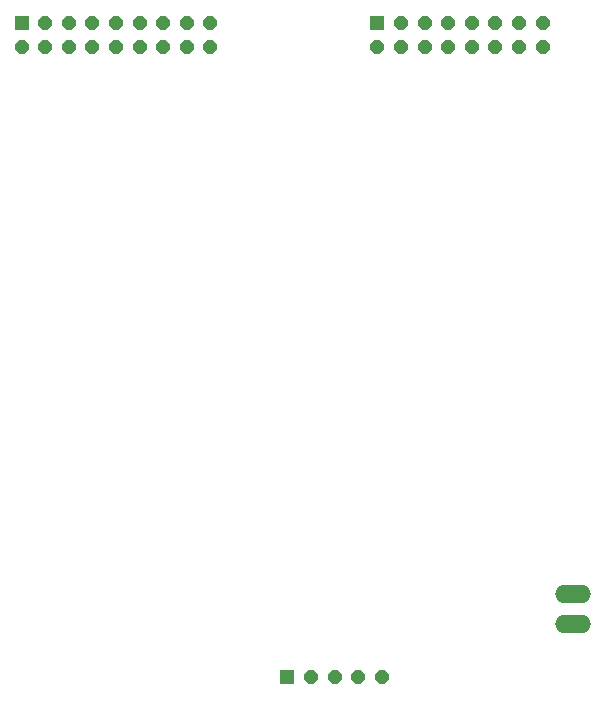
<source format=gbr>
G04 BEGIN FILE *
G04 EdaTools v1.0. *
G04 EdaTools CAM processor. Gerber generator. *
G04 Start timestamp: 13:08:50.275 *
G04 BEGIN HEADER *
%TF.FileFunction,Soldermask,Bot*%
%TF.FilePolarity,Negative*%
%TF.Part,Single*%
%MOMM*%
%FSLAX35Y35*%
G04 END HEADER *
G04 BEGIN MACROS *
%AMM2*21,1,$1,$2,0,0,$3*%
%AMM1*21,1,$1,$2-$3-$3,0,0,$4*
21,1,$1-$3-$3,$2,0,0,$4*
$5=$1/2*
$6=$2/2*
$7=2x$3*
1,1,$7,$5-$3,$6-$3,$4*
1,1,$7,-$5+$3,$6-$3,$4*
1,1,$7,-$5+$3,-$6+$3,$4*
1,1,$7,$5-$3,-$6+$3,$4*%
G04 END MACROS *
G04 BEGIN APERTURES *
%ADD10R,1.2X1.2*%
%ADD11P,1.2X8X112.5*%
%ADD12O,3.048X1.524*%
%ADD13P,1.2X8X22.5*%
%ADD14R,1.2X1.2*%
G04 END APERTURES *
G04 BEGIN POLYGONS *
G04 END POLYGONS *
G04 BEGIN IMAGE *
D10*
X03525000Y00850000D03*
D11*
X03725000D03*
X03925000D03*
X04125000D03*
X04325000D03*
D12*
X05944000Y01552000D03*
Y01298000D03*
D13*
X01273000Y06187500D03*
D14*
Y06387500D03*
D13*
X01473000Y06187500D03*
Y06387500D03*
X01673000Y06187500D03*
Y06387500D03*
X01873000Y06187500D03*
Y06387500D03*
X02073000Y06187500D03*
Y06387500D03*
X02273000Y06187500D03*
Y06387500D03*
X02473000Y06187500D03*
Y06387500D03*
X02673000Y06187500D03*
Y06387500D03*
X02873000D03*
Y06187500D03*
X04285500D03*
D14*
Y06387500D03*
D13*
X04485500Y06187500D03*
Y06387500D03*
X04685500Y06187500D03*
Y06387500D03*
X04885500Y06187500D03*
Y06387500D03*
X05085500Y06187500D03*
Y06387500D03*
X05285500Y06187500D03*
Y06387500D03*
X05485500Y06187500D03*
Y06387500D03*
X05685500Y06187500D03*
Y06387500D03*
G04 END IMAGE *
M02*
G04 End timestamp: 13:08:50.278 *
G04 END FILE *

</source>
